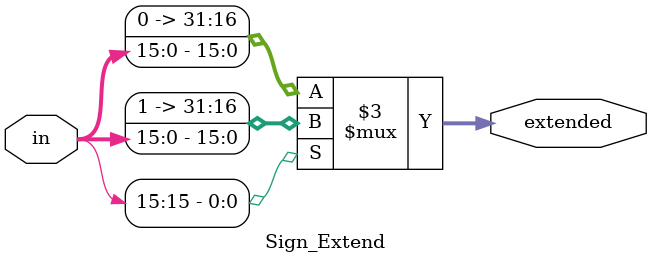
<source format=v>
module Sign_Extend(in,extended); 

    input [15:0] in;
    output reg [31:0] extended;

    always@(*) begin
         if (in[15]) begin
            extended = {{16{1'b1}}, in};
        end
        else begin
            extended = {{16{1'b0}}, in};
        end
    end

endmodule
</source>
